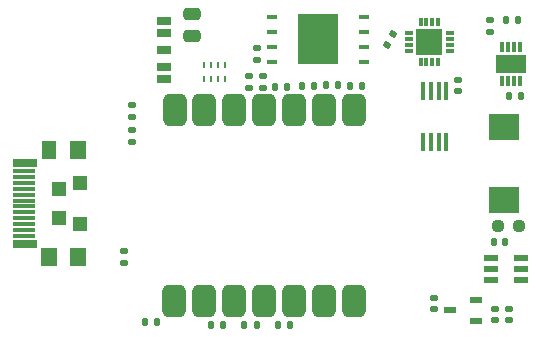
<source format=gbr>
%TF.GenerationSoftware,KiCad,Pcbnew,7.0.10*%
%TF.CreationDate,2024-12-22T23:47:13-08:00*%
%TF.ProjectId,wsg1.0,77736731-2e30-42e6-9b69-6361645f7063,rev?*%
%TF.SameCoordinates,Original*%
%TF.FileFunction,Paste,Top*%
%TF.FilePolarity,Positive*%
%FSLAX46Y46*%
G04 Gerber Fmt 4.6, Leading zero omitted, Abs format (unit mm)*
G04 Created by KiCad (PCBNEW 7.0.10) date 2024-12-22 23:47:13*
%MOMM*%
%LPD*%
G01*
G04 APERTURE LIST*
G04 Aperture macros list*
%AMRoundRect*
0 Rectangle with rounded corners*
0 $1 Rounding radius*
0 $2 $3 $4 $5 $6 $7 $8 $9 X,Y pos of 4 corners*
0 Add a 4 corners polygon primitive as box body*
4,1,4,$2,$3,$4,$5,$6,$7,$8,$9,$2,$3,0*
0 Add four circle primitives for the rounded corners*
1,1,$1+$1,$2,$3*
1,1,$1+$1,$4,$5*
1,1,$1+$1,$6,$7*
1,1,$1+$1,$8,$9*
0 Add four rect primitives between the rounded corners*
20,1,$1+$1,$2,$3,$4,$5,0*
20,1,$1+$1,$4,$5,$6,$7,0*
20,1,$1+$1,$6,$7,$8,$9,0*
20,1,$1+$1,$8,$9,$2,$3,0*%
G04 Aperture macros list end*
%ADD10RoundRect,0.135000X-0.185000X0.135000X-0.185000X-0.135000X0.185000X-0.135000X0.185000X0.135000X0*%
%ADD11RoundRect,0.135000X0.135000X0.185000X-0.135000X0.185000X-0.135000X-0.185000X0.135000X-0.185000X0*%
%ADD12RoundRect,0.135000X-0.092715X0.209413X-0.227715X-0.024413X0.092715X-0.209413X0.227715X0.024413X0*%
%ADD13RoundRect,0.135000X-0.135000X-0.185000X0.135000X-0.185000X0.135000X0.185000X-0.135000X0.185000X0*%
%ADD14RoundRect,0.140000X-0.140000X-0.170000X0.140000X-0.170000X0.140000X0.170000X-0.140000X0.170000X0*%
%ADD15R,1.090000X0.610000*%
%ADD16R,1.900000X0.350000*%
%ADD17R,1.400000X1.500000*%
%ADD18R,2.100000X0.650000*%
%ADD19R,1.200000X1.200000*%
%ADD20R,1.300000X1.500000*%
%ADD21RoundRect,0.140000X-0.170000X0.140000X-0.170000X-0.140000X0.170000X-0.140000X0.170000X0.140000X0*%
%ADD22R,1.150000X0.600000*%
%ADD23RoundRect,0.250000X0.475000X-0.250000X0.475000X0.250000X-0.475000X0.250000X-0.475000X-0.250000X0*%
%ADD24R,0.431800X1.498600*%
%ADD25R,0.300000X0.900000*%
%ADD26R,2.500000X1.550000*%
%ADD27R,2.500000X2.300000*%
%ADD28R,0.950000X0.450000*%
%ADD29R,3.450000X4.350000*%
%ADD30RoundRect,0.237500X-0.250000X-0.237500X0.250000X-0.237500X0.250000X0.237500X-0.250000X0.237500X0*%
%ADD31R,0.260000X0.530000*%
%ADD32R,0.300000X0.800000*%
%ADD33R,0.800000X0.300000*%
%ADD34R,2.240000X2.240000*%
%ADD35RoundRect,0.140000X0.170000X-0.140000X0.170000X0.140000X-0.170000X0.140000X-0.170000X-0.140000X0*%
%ADD36RoundRect,0.500000X0.500000X-0.875000X0.500000X0.875000X-0.500000X0.875000X-0.500000X-0.875000X0*%
%ADD37R,1.200000X0.750000*%
%ADD38RoundRect,0.135000X0.185000X-0.135000X0.185000X0.135000X-0.185000X0.135000X-0.185000X-0.135000X0*%
G04 APERTURE END LIST*
D10*
%TO.C,R17*%
X21480000Y-6660000D03*
X21480000Y-7680000D03*
%TD*%
D11*
%TO.C,R18*%
X23530000Y-7640000D03*
X22510000Y-7640000D03*
%TD*%
D10*
%TO.C,R19*%
X20320000Y-6680000D03*
X20320000Y-7700000D03*
%TD*%
%TO.C,R16*%
X20990000Y-4280000D03*
X20990000Y-5300000D03*
%TD*%
D12*
%TO.C,R14*%
X32525000Y-3158327D03*
X32015000Y-4041673D03*
%TD*%
D13*
%TO.C,R9*%
X42370000Y-8410000D03*
X43390000Y-8410000D03*
%TD*%
D11*
%TO.C,R7*%
X23820000Y-27790000D03*
X22800000Y-27790000D03*
%TD*%
%TO.C,R5*%
X18090000Y-27790000D03*
X17070000Y-27790000D03*
%TD*%
D13*
%TO.C,R4*%
X11480000Y-27550000D03*
X12500000Y-27550000D03*
%TD*%
%TO.C,R3*%
X25850000Y-7500000D03*
X24830000Y-7500000D03*
%TD*%
D11*
%TO.C,R2*%
X29860000Y-7500000D03*
X28840000Y-7500000D03*
%TD*%
D13*
%TO.C,R1*%
X26820000Y-7490000D03*
X27840000Y-7490000D03*
%TD*%
D14*
%TO.C,C2*%
X41070000Y-20730000D03*
X42030000Y-20730000D03*
%TD*%
%TO.C,C1*%
X42100000Y-1930000D03*
X43060000Y-1930000D03*
%TD*%
D15*
%TO.C,PS1*%
X39520000Y-27445000D03*
X39520000Y-25615000D03*
X37380000Y-26530000D03*
%TD*%
D16*
%TO.C,J3*%
X1280000Y-14740000D03*
X1280000Y-16240000D03*
X1280000Y-16740000D03*
X1280000Y-17240000D03*
X1280000Y-17740000D03*
X1280000Y-19240000D03*
X1280000Y-19740000D03*
X1280000Y-20240000D03*
X1280000Y-18740000D03*
X1280000Y-18240000D03*
X1280000Y-15740000D03*
X1280000Y-15240000D03*
D17*
X3380000Y-22040000D03*
X5880000Y-22040000D03*
D18*
X1380000Y-20890000D03*
D19*
X5980000Y-19240000D03*
X4230000Y-18740000D03*
X4230000Y-16240000D03*
X5980000Y-15740000D03*
D18*
X1380000Y-14090000D03*
D20*
X3380000Y-12940000D03*
D17*
X5880000Y-12940000D03*
%TD*%
D21*
%TO.C,C6*%
X38010000Y-7030000D03*
X38010000Y-7990000D03*
%TD*%
%TO.C,C5*%
X42330000Y-26410000D03*
X42330000Y-27370000D03*
%TD*%
D22*
%TO.C,IC2*%
X43320000Y-23980000D03*
X43320000Y-23030000D03*
X43320000Y-22080000D03*
X40820000Y-22080000D03*
X40820000Y-23030000D03*
X40820000Y-23980000D03*
%TD*%
D10*
%TO.C,R13*%
X9720000Y-21490000D03*
X9720000Y-22510000D03*
%TD*%
D23*
%TO.C,C8*%
X15520000Y-3340000D03*
X15520000Y-1440000D03*
%TD*%
D24*
%TO.C,U2*%
X37005200Y-7935600D03*
X36370200Y-7935600D03*
X35709800Y-7935600D03*
X35074800Y-7935600D03*
X35074800Y-12304400D03*
X35709800Y-12304400D03*
X36370200Y-12304400D03*
X37005200Y-12304400D03*
%TD*%
D25*
%TO.C,IC3*%
X41770000Y-7120000D03*
X42270000Y-7120000D03*
X42770000Y-7120000D03*
X43270000Y-7120000D03*
X43270000Y-4220000D03*
X42770000Y-4220000D03*
X42270000Y-4220000D03*
X41770000Y-4220000D03*
D26*
X42520000Y-5670000D03*
%TD*%
D27*
%TO.C,C9*%
X41950000Y-11020000D03*
X41950000Y-17220000D03*
%TD*%
D11*
%TO.C,R12*%
X20960000Y-27790000D03*
X19940000Y-27790000D03*
%TD*%
D28*
%TO.C,IC4*%
X22300000Y-1680000D03*
X22300000Y-2950000D03*
X22300000Y-4220000D03*
X22300000Y-5490000D03*
X30100000Y-5490000D03*
X30100000Y-4220000D03*
X30100000Y-2950000D03*
X30100000Y-1680000D03*
D29*
X26200000Y-3585000D03*
%TD*%
D30*
%TO.C,R6*%
X43192500Y-19420000D03*
X41367500Y-19420000D03*
%TD*%
D10*
%TO.C,R10*%
X10430000Y-9180000D03*
X10430000Y-10200000D03*
%TD*%
%TO.C,R11*%
X10430000Y-12280000D03*
X10430000Y-11260000D03*
%TD*%
D21*
%TO.C,C4*%
X41190000Y-26420000D03*
X41190000Y-27380000D03*
%TD*%
D31*
%TO.C,PS2*%
X18310000Y-5720000D03*
X17710000Y-5720000D03*
X17110000Y-5720000D03*
X16510000Y-5720000D03*
X16510000Y-6920000D03*
X17110000Y-6920000D03*
X17710000Y-6920000D03*
X18310000Y-6920000D03*
%TD*%
D32*
%TO.C,IC1*%
X34850000Y-5490000D03*
X35350000Y-5490000D03*
X35850000Y-5490000D03*
X36350000Y-5490000D03*
D33*
X37300000Y-4540000D03*
X37300000Y-4040000D03*
X37300000Y-3540000D03*
X37300000Y-3040000D03*
D32*
X36350000Y-2090000D03*
X35850000Y-2090000D03*
X35350000Y-2090000D03*
X34850000Y-2090000D03*
D33*
X33900000Y-3040000D03*
X33900000Y-3540000D03*
X33900000Y-4040000D03*
X33900000Y-4540000D03*
D34*
X35600000Y-3790000D03*
%TD*%
D35*
%TO.C,C3*%
X36020000Y-26430000D03*
X36020000Y-25470000D03*
%TD*%
D36*
%TO.C,U1*%
X14010000Y-25730000D03*
X16550000Y-25730000D03*
X19090000Y-25730000D03*
X21630000Y-25730000D03*
X24170000Y-25730000D03*
X26710000Y-25730000D03*
X29250000Y-25730000D03*
X29250000Y-9565000D03*
X26710000Y-9565000D03*
X24170000Y-9565000D03*
X21630000Y-9565000D03*
X19090000Y-9565000D03*
X16550000Y-9565000D03*
X14028500Y-9565000D03*
%TD*%
D37*
%TO.C,J2*%
X13140000Y-2020000D03*
X13140000Y-5920000D03*
X13140000Y-4470000D03*
X13140000Y-6920000D03*
X13140000Y-3020000D03*
%TD*%
D38*
%TO.C,R8*%
X40720000Y-2950000D03*
X40720000Y-1930000D03*
%TD*%
M02*

</source>
